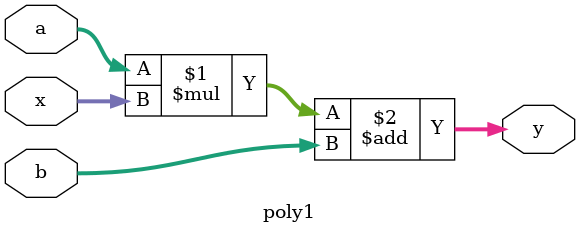
<source format=v>
module poly1(a, b, x, y);
    input signed [7:0] a, b, x;
    output signed [15:0] y;
    assign y = a*x + b;
endmodule

</source>
